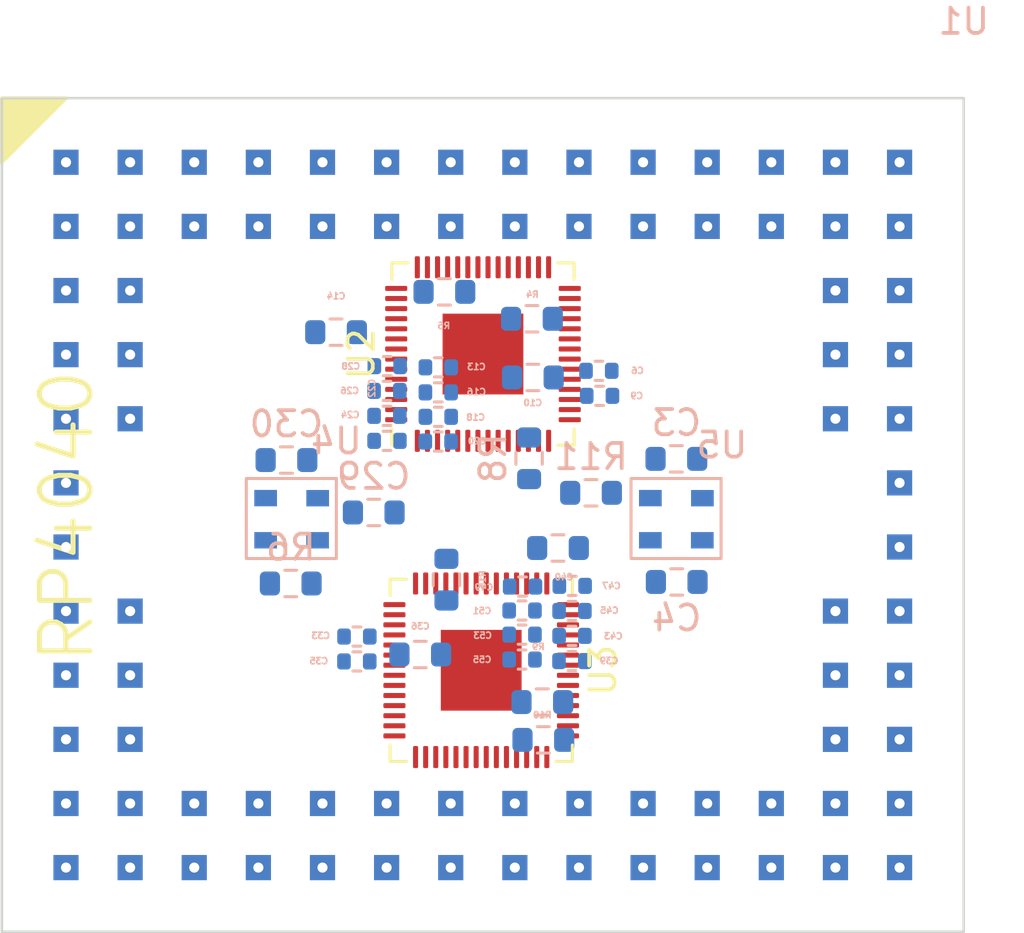
<source format=kicad_pcb>
(kicad_pcb (version 20211014) (generator pcbnew)
  (layers (0 "F.Cu" signal) (1 "In1.Cu" signal) (2 "In2.Cu" signal) (31 "B.Cu" signal) (34 "B.Paste" user) (35 "F.Paste" user) (36 "B.SilkS" user "B.Silkscreen") (37 "F.SilkS" user "F.Silkscreen") (38 "B.Mask" user) (39 "F.Mask" user) (44 "Edge.Cuts" user))
  (net 0 "")
  (net 1 "GND")
  (net 2 "Net-(C3-Pad2)")
  (net 3 "Net-(C4-Pad2)")
  (net 4 "+1V1")
  (net 5 "+3.3V")
  (net 6 "Net-(C29-Pad2)")
  (net 7 "Net-(C30-Pad2)")
  (net 8 "/USBDP_0")
  (net 9 "Net-(R4-Pad2)")
  (net 10 "/USBDM_0")
  (net 11 "Net-(R5-Pad2)")
  (net 12 "Net-(R6-Pad2)")
  (net 13 "Net-(R8-Pad2)")
  (net 14 "/USBDP_1")
  (net 15 "Net-(R9-Pad2)")
  (net 16 "/USBDM_1")
  (net 17 "Net-(R10-Pad2)")
  (net 18 "Net-(R11-Pad2)")
  (net 19 "Net-(R15-Pad2)")
  (net 20 "unconnected-(U1-Pad69)")
  (net 21 "/GPIO0_0")
  (net 22 "/GPIO1_0")
  (net 23 "/GPIO2_0")
  (net 24 "/GPIO3_0")
  (net 25 "/GPIO4_0")
  (net 26 "/GPIO5_0")
  (net 27 "/GPIO6_0")
  (net 28 "/GPIO7_0")
  (net 29 "/GPIO8_0")
  (net 30 "/GPIO9_0")
  (net 31 "/GPIO10_0")
  (net 32 "/GPIO11_0")
  (net 33 "/GPIO12_0")
  (net 34 "/GPIO13_0")
  (net 35 "/GPIO14_0")
  (net 36 "/GPIO15_0")
  (net 37 "/SWCLK_0")
  (net 38 "/SWD_0")
  (net 39 "/GPIO16_0")
  (net 40 "/GPIO17_0")
  (net 41 "/GPIO18_0")
  (net 42 "/GPIO19_0")
  (net 43 "/GPIO20_0")
  (net 44 "/GPIO21_0")
  (net 45 "/GPIO22_0")
  (net 46 "/GPIO23_0")
  (net 47 "/GPIO24_0")
  (net 48 "/GPIO25_0")
  (net 49 "/GPIO26_0")
  (net 50 "/GPIO27_0")
  (net 51 "/GPIO28_0")
  (net 52 "/GPIO29_0")
  (net 53 "/QSPISD3_0")
  (net 54 "/QSPISCLK_0")
  (net 55 "/QSPISDO_0")
  (net 56 "/QSPISD2_0")
  (net 57 "/QSPISD1_0")
  (net 58 "/QSPISS_0")
  (net 59 "/GPIO0_1")
  (net 60 "/GPIO1_1")
  (net 61 "/GPIO2_1")
  (net 62 "/GPIO3_1")
  (net 63 "/GPIO4_1")
  (net 64 "/GPIO5_1")
  (net 65 "/GPIO6_1")
  (net 66 "/GPIO7_1")
  (net 67 "/GPIO8_1")
  (net 68 "/GPIO9_1")
  (net 69 "/GPIO10_1")
  (net 70 "/GPIO11_1")
  (net 71 "/GPIO12_1")
  (net 72 "/GPIO13_1")
  (net 73 "/GPIO14_1")
  (net 74 "/GPIO15_1")
  (net 75 "/SWCLK_1")
  (net 76 "/SWD_1")
  (net 77 "/GPIO16_1")
  (net 78 "/GPIO17_1")
  (net 79 "/GPIO18_1")
  (net 80 "/GPIO19_1")
  (net 81 "/GPIO20_1")
  (net 82 "/GPIO21_1")
  (net 83 "/GPIO22_1")
  (net 84 "/GPIO23_1")
  (net 85 "/GPIO24_1")
  (net 86 "/GPIO25_1")
  (net 87 "/GPIO26_1")
  (net 88 "/GPIO27_1")
  (net 89 "/GPIO28_1")
  (net 90 "/GPIO29_1")
  (net 91 "/QSPISD3_1")
  (net 92 "/QSPISCLK_1")
  (net 93 "/QSPISDO_1")
  (net 94 "/QSPISD2_1")
  (net 95 "/QSPISD1_1")
  (net 96 "/QSPISS_1")
  (footprint "Package_DFN_QFN:QFN-56-1EP_7x7mm_P0.4mm_EP3.2x3.2mm" (layer "F.Cu") (at 128.206981 96.323188 -90)
    (fp_text reference "U3" (at 0 -4.82 -270) (layer "F.SilkS"))
    (fp_text value "RP2040")
    (pad "1" smd roundrect locked (at -3.4375 -2.6 270) (size 0.875 0.2) (layers "F.Cu" "F.Paste" "F.Mask") (net 5 "+3.3V"))
    (pad "2" smd roundrect locked (at -3.4375 -2.2 270) (size 0.875 0.2) (layers "F.Cu" "F.Paste" "F.Mask") (net 59 "/GPIO0_1"))
    (pad "3" smd roundrect locked (at -3.4375 -1.8 270) (size 0.875 0.2) (layers "F.Cu" "F.Paste" "F.Mask") (net 60 "/GPIO1_1"))
    (pad "4" smd roundrect locked (at -3.4375 -1.4 270) (size 0.875 0.2) (layers "F.Cu" "F.Paste" "F.Mask") (net 61 "/GPIO2_1"))
    (pad "5" smd roundrect locked (at -3.4375 -1 270) (size 0.875 0.2) (layers "F.Cu" "F.Paste" "F.Mask") (net 62 "/GPIO3_1"))
    (pad "6" smd roundrect locked (at -3.4375 -0.6 270) (size 0.875 0.2) (layers "F.Cu" "F.Paste" "F.Mask") (net 63 "/GPIO4_1"))
    (pad "7" smd roundrect locked (at -3.4375 -0.2 270) (size 0.875 0.2) (layers "F.Cu" "F.Paste" "F.Mask") (net 64 "/GPIO5_1"))
    (pad "8" smd roundrect locked (at -3.4375 0.2 270) (size 0.875 0.2) (layers "F.Cu" "F.Paste" "F.Mask") (net 65 "/GPIO6_1"))
    (pad "9" smd roundrect locked (at -3.4375 0.6 270) (size 0.875 0.2) (layers "F.Cu" "F.Paste" "F.Mask") (net 66 "/GPIO7_1"))
    (pad "10" smd roundrect locked (at -3.4375 1 270) (size 0.875 0.2) (layers "F.Cu" "F.Paste" "F.Mask") (net 5 "+3.3V"))
    (pad "11" smd roundrect locked (at -3.4375 1.4 270) (size 0.875 0.2) (layers "F.Cu" "F.Paste" "F.Mask") (net 67 "/GPIO8_1"))
    (pad "12" smd roundrect locked (at -3.4375 1.8 270) (size 0.875 0.2) (layers "F.Cu" "F.Paste" "F.Mask") (net 68 "/GPIO9_1"))
    (pad "13" smd roundrect locked (at -3.4375 2.2 270) (size 0.875 0.2) (layers "F.Cu" "F.Paste" "F.Mask") (net 69 "/GPIO10_1"))
    (pad "14" smd roundrect locked (at -3.4375 2.6 270) (size 0.875 0.2) (layers "F.Cu" "F.Paste" "F.Mask") (net 70 "/GPIO11_1"))
    (pad "15" smd roundrect locked (at -2.6 3.4375 270) (size 0.2 0.875) (layers "F.Cu" "F.Paste" "F.Mask") (net 71 "/GPIO12_1"))
    (pad "16" smd roundrect locked (at -2.2 3.4375 270) (size 0.2 0.875) (layers "F.Cu" "F.Paste" "F.Mask") (net 72 "/GPIO13_1"))
    (pad "17" smd roundrect locked (at -1.8 3.4375 270) (size 0.2 0.875) (layers "F.Cu" "F.Paste" "F.Mask") (net 73 "/GPIO14_1"))
    (pad "18" smd roundrect locked (at -1.4 3.4375 270) (size 0.2 0.875) (layers "F.Cu" "F.Paste" "F.Mask") (net 74 "/GPIO15_1"))
    (pad "19" smd roundrect locked (at -1 3.4375 270) (size 0.2 0.875) (layers "F.Cu" "F.Paste" "F.Mask") (net 1 "GND"))
    (pad "20" smd roundrect locked (at -0.6 3.4375 270) (size 0.2 0.875) (layers "F.Cu" "F.Paste" "F.Mask") (net 6 "Net-(C29-Pad2)"))
    (pad "21" smd roundrect locked (at -0.2 3.4375 270) (size 0.2 0.875) (layers "F.Cu" "F.Paste" "F.Mask") (net 18 "Net-(R11-Pad2)"))
    (pad "22" smd roundrect locked (at 0.2 3.4375 270) (size 0.2 0.875) (layers "F.Cu" "F.Paste" "F.Mask") (net 5 "+3.3V"))
    (pad "23" smd roundrect locked (at 0.6 3.4375 270) (size 0.2 0.875) (layers "F.Cu" "F.Paste" "F.Mask") (net 4 "+1V1"))
    (pad "24" smd roundrect locked (at 1 3.4375 270) (size 0.2 0.875) (layers "F.Cu" "F.Paste" "F.Mask") (net 75 "/SWCLK_1"))
    (pad "25" smd roundrect locked (at 1.4 3.4375 270) (size 0.2 0.875) (layers "F.Cu" "F.Paste" "F.Mask") (net 76 "/SWD_1"))
    (pad "26" smd roundrect locked (at 1.8 3.4375 270) (size 0.2 0.875) (layers "F.Cu" "F.Paste" "F.Mask") (net 19 "Net-(R15-Pad2)"))
    (pad "27" smd roundrect locked (at 2.2 3.4375 270) (size 0.2 0.875) (layers "F.Cu" "F.Paste" "F.Mask") (net 77 "/GPIO16_1"))
    (pad "28" smd roundrect locked (at 2.6 3.4375 270) (size 0.2 0.875) (layers "F.Cu" "F.Paste" "F.Mask") (net 78 "/GPIO17_1"))
    (pad "29" smd roundrect locked (at 3.4375 2.6 270) (size 0.875 0.2) (layers "F.Cu" "F.Paste" "F.Mask") (net 79 "/GPIO18_1"))
    (pad "30" smd roundrect locked (at 3.4375 2.2 270) (size 0.875 0.2) (layers "F.Cu" "F.Paste" "F.Mask") (net 80 "/GPIO19_1"))
    (pad "31" smd roundrect locked (at 3.4375 1.8 270) (size 0.875 0.2) (layers "F.Cu" "F.Paste" "F.Mask") (net 81 "/GPIO20_1"))
    (pad "32" smd roundrect locked (at 3.4375 1.4 270) (size 0.875 0.2) (layers "F.Cu" "F.Paste" "F.Mask") (net 82 "/GPIO21_1"))
    (pad "33" smd roundrect locked (at 3.4375 1 270) (size 0.875 0.2) (layers "F.Cu" "F.Paste" "F.Mask") (net 5 "+3.3V"))
    (pad "34" smd roundrect locked (at 3.4375 0.6 270) (size 0.875 0.2) (layers "F.Cu" "F.Paste" "F.Mask") (net 83 "/GPIO22_1"))
    (pad "35" smd roundrect locked (at 3.4375 0.2 270) (size 0.875 0.2) (layers "F.Cu" "F.Paste" "F.Mask") (net 84 "/GPIO23_1"))
    (pad "36" smd roundrect locked (at 3.4375 -0.2 270) (size 0.875 0.2) (layers "F.Cu" "F.Paste" "F.Mask") (net 85 "/GPIO24_1"))
    (pad "37" smd roundrect locked (at 3.4375 -0.6 270) (size 0.875 0.2) (layers "F.Cu" "F.Paste" "F.Mask") (net 86 "/GPIO25_1"))
    (pad "38" smd roundrect locked (at 3.4375 -1 270) (size 0.875 0.2) (layers "F.Cu" "F.Paste" "F.Mask") (net 87 "/GPIO26_1"))
    (pad "39" smd roundrect locked (at 3.4375 -1.4 270) (size 0.875 0.2) (layers "F.Cu" "F.Paste" "F.Mask") (net 88 "/GPIO27_1"))
    (pad "40" smd roundrect locked (at 3.4375 -1.8 270) (size 0.875 0.2) (layers "F.Cu" "F.Paste" "F.Mask") (net 89 "/GPIO28_1"))
    (pad "41" smd roundrect locked (at 3.4375 -2.2 270) (size 0.875 0.2) (layers "F.Cu" "F.Paste" "F.Mask") (net 90 "/GPIO29_1"))
    (pad "42" smd roundrect locked (at 3.4375 -2.6 270) (size 0.875 0.2) (layers "F.Cu" "F.Paste" "F.Mask") (net 5 "+3.3V"))
    (pad "43" smd roundrect locked (at 2.6 -3.4375 270) (size 0.2 0.875) (layers "F.Cu" "F.Paste" "F.Mask") (net 5 "+3.3V"))
    (pad "44" smd roundrect locked (at 2.2 -3.4375 270) (size 0.2 0.875) (layers "F.Cu" "F.Paste" "F.Mask") (net 5 "+3.3V"))
    (pad "45" smd roundrect locked (at 1.8 -3.4375 270) (size 0.2 0.875) (layers "F.Cu" "F.Paste" "F.Mask") (net 4 "+1V1"))
    (pad "46" smd roundrect locked (at 1.4 -3.4375 270) (size 0.2 0.875) (layers "F.Cu" "F.Paste" "F.Mask") (net 17 "Net-(R10-Pad2)"))
    (pad "47" smd roundrect locked (at 1 -3.4375 270) (size 0.2 0.875) (layers "F.Cu" "F.Paste" "F.Mask") (net 15 "Net-(R9-Pad2)"))
    (pad "48" smd roundrect locked (at 0.6 -3.4375 270) (size 0.2 0.875) (layers "F.Cu" "F.Paste" "F.Mask") (net 5 "+3.3V"))
    (pad "49" smd roundrect locked (at 0.2 -3.4375 270) (size 0.2 0.875) (layers "F.Cu" "F.Paste" "F.Mask") (net 5 "+3.3V"))
    (pad "50" smd roundrect locked (at -0.2 -3.4375 270) (size 0.2 0.875) (layers "F.Cu" "F.Paste" "F.Mask") (net 4 "+1V1"))
    (pad "51" smd roundrect locked (at -0.6 -3.4375 270) (size 0.2 0.875) (layers "F.Cu" "F.Paste" "F.Mask") (net 91 "/QSPISD3_1"))
    (pad "52" smd roundrect locked (at -1 -3.4375 270) (size 0.2 0.875) (layers "F.Cu" "F.Paste" "F.Mask") (net 92 "/QSPISCLK_1"))
    (pad "53" smd roundrect locked (at -1.4 -3.4375 270) (size 0.2 0.875) (layers "F.Cu" "F.Paste" "F.Mask") (net 93 "/QSPISDO_1"))
    (pad "54" smd roundrect locked (at -1.8 -3.4375 270) (size 0.2 0.875) (layers "F.Cu" "F.Paste" "F.Mask") (net 94 "/QSPISD2_1"))
    (pad "55" smd roundrect locked (at -2.2 -3.4375 270) (size 0.2 0.875) (layers "F.Cu" "F.Paste" "F.Mask") (net 95 "/QSPISD1_1"))
    (pad "56" smd roundrect locked (at -2.6 -3.4375 270) (size 0.2 0.875) (layers "F.Cu" "F.Paste" "F.Mask") (net 96 "/QSPISS_1"))
    (pad "57" smd rect locked (at 0 0 270) (size 3.2 3.2) (layers "F.Cu" "F.Mask") (net 1 "GND"))
  )
  (footprint "Package_DFN_QFN:QFN-56-1EP_7x7mm_P0.4mm_EP3.2x3.2mm" (layer "F.Cu") (at 128.277283 83.796685 90)
    (fp_text reference "U2" (at 0 -4.82 90) (layer "F.SilkS"))
    (fp_text value "RP2040")
    (pad "1" smd roundrect locked (at -3.4375 -2.6 90) (size 0.875 0.2) (layers "F.Cu" "F.Paste" "F.Mask") (net 5 "+3.3V"))
    (pad "2" smd roundrect locked (at -3.4375 -2.2 90) (size 0.875 0.2) (layers "F.Cu" "F.Paste" "F.Mask") (net 21 "/GPIO0_0"))
    (pad "3" smd roundrect locked (at -3.4375 -1.8 90) (size 0.875 0.2) (layers "F.Cu" "F.Paste" "F.Mask") (net 22 "/GPIO1_0"))
    (pad "4" smd roundrect locked (at -3.4375 -1.4 90) (size 0.875 0.2) (layers "F.Cu" "F.Paste" "F.Mask") (net 23 "/GPIO2_0"))
    (pad "5" smd roundrect locked (at -3.4375 -1 90) (size 0.875 0.2) (layers "F.Cu" "F.Paste" "F.Mask") (net 24 "/GPIO3_0"))
    (pad "6" smd roundrect locked (at -3.4375 -0.6 90) (size 0.875 0.2) (layers "F.Cu" "F.Paste" "F.Mask") (net 25 "/GPIO4_0"))
    (pad "7" smd roundrect locked (at -3.4375 -0.2 90) (size 0.875 0.2) (layers "F.Cu" "F.Paste" "F.Mask") (net 26 "/GPIO5_0"))
    (pad "8" smd roundrect locked (at -3.4375 0.2 90) (size 0.875 0.2) (layers "F.Cu" "F.Paste" "F.Mask") (net 27 "/GPIO6_0"))
    (pad "9" smd roundrect locked (at -3.4375 0.6 90) (size 0.875 0.2) (layers "F.Cu" "F.Paste" "F.Mask") (net 28 "/GPIO7_0"))
    (pad "10" smd roundrect locked (at -3.4375 1 90) (size 0.875 0.2) (layers "F.Cu" "F.Paste" "F.Mask") (net 5 "+3.3V"))
    (pad "11" smd roundrect locked (at -3.4375 1.4 90) (size 0.875 0.2) (layers "F.Cu" "F.Paste" "F.Mask") (net 29 "/GPIO8_0"))
    (pad "12" smd roundrect locked (at -3.4375 1.8 90) (size 0.875 0.2) (layers "F.Cu" "F.Paste" "F.Mask") (net 30 "/GPIO9_0"))
    (pad "13" smd roundrect locked (at -3.4375 2.2 90) (size 0.875 0.2) (layers "F.Cu" "F.Paste" "F.Mask") (net 31 "/GPIO10_0"))
    (pad "14" smd roundrect locked (at -3.4375 2.6 90) (size 0.875 0.2) (layers "F.Cu" "F.Paste" "F.Mask") (net 32 "/GPIO11_0"))
    (pad "15" smd roundrect locked (at -2.6 3.4375 90) (size 0.2 0.875) (layers "F.Cu" "F.Paste" "F.Mask") (net 33 "/GPIO12_0"))
    (pad "16" smd roundrect locked (at -2.2 3.4375 90) (size 0.2 0.875) (layers "F.Cu" "F.Paste" "F.Mask") (net 34 "/GPIO13_0"))
    (pad "17" smd roundrect locked (at -1.8 3.4375 90) (size 0.2 0.875) (layers "F.Cu" "F.Paste" "F.Mask") (net 35 "/GPIO14_0"))
    (pad "18" smd roundrect locked (at -1.4 3.4375 90) (size 0.2 0.875) (layers "F.Cu" "F.Paste" "F.Mask") (net 36 "/GPIO15_0"))
    (pad "19" smd roundrect locked (at -1 3.4375 90) (size 0.2 0.875) (layers "F.Cu" "F.Paste" "F.Mask") (net 1 "GND"))
    (pad "20" smd roundrect locked (at -0.6 3.4375 90) (size 0.2 0.875) (layers "F.Cu" "F.Paste" "F.Mask") (net 2 "Net-(C3-Pad2)"))
    (pad "21" smd roundrect locked (at -0.2 3.4375 90) (size 0.2 0.875) (layers "F.Cu" "F.Paste" "F.Mask") (net 12 "Net-(R6-Pad2)"))
    (pad "22" smd roundrect locked (at 0.2 3.4375 90) (size 0.2 0.875) (layers "F.Cu" "F.Paste" "F.Mask") (net 5 "+3.3V"))
    (pad "23" smd roundrect locked (at 0.6 3.4375 90) (size 0.2 0.875) (layers "F.Cu" "F.Paste" "F.Mask") (net 4 "+1V1"))
    (pad "24" smd roundrect locked (at 1 3.4375 90) (size 0.2 0.875) (layers "F.Cu" "F.Paste" "F.Mask") (net 37 "/SWCLK_0"))
    (pad "25" smd roundrect locked (at 1.4 3.4375 90) (size 0.2 0.875) (layers "F.Cu" "F.Paste" "F.Mask") (net 38 "/SWD_0"))
    (pad "26" smd roundrect locked (at 1.8 3.4375 90) (size 0.2 0.875) (layers "F.Cu" "F.Paste" "F.Mask") (net 13 "Net-(R8-Pad2)"))
    (pad "27" smd roundrect locked (at 2.2 3.4375 90) (size 0.2 0.875) (layers "F.Cu" "F.Paste" "F.Mask") (net 39 "/GPIO16_0"))
    (pad "28" smd roundrect locked (at 2.6 3.4375 90) (size 0.2 0.875) (layers "F.Cu" "F.Paste" "F.Mask") (net 40 "/GPIO17_0"))
    (pad "29" smd roundrect locked (at 3.4375 2.6 90) (size 0.875 0.2) (layers "F.Cu" "F.Paste" "F.Mask") (net 41 "/GPIO18_0"))
    (pad "30" smd roundrect locked (at 3.4375 2.2 90) (size 0.875 0.2) (layers "F.Cu" "F.Paste" "F.Mask") (net 42 "/GPIO19_0"))
    (pad "31" smd roundrect locked (at 3.4375 1.8 90) (size 0.875 0.2) (layers "F.Cu" "F.Paste" "F.Mask") (net 43 "/GPIO20_0"))
    (pad "32" smd roundrect locked (at 3.4375 1.4 90) (size 0.875 0.2) (layers "F.Cu" "F.Paste" "F.Mask") (net 44 "/GPIO21_0"))
    (pad "33" smd roundrect locked (at 3.4375 1 90) (size 0.875 0.2) (layers "F.Cu" "F.Paste" "F.Mask") (net 5 "+3.3V"))
    (pad "34" smd roundrect locked (at 3.4375 0.6 90) (size 0.875 0.2) (layers "F.Cu" "F.Paste" "F.Mask") (net 45 "/GPIO22_0"))
    (pad "35" smd roundrect locked (at 3.4375 0.2 90) (size 0.875 0.2) (layers "F.Cu" "F.Paste" "F.Mask") (net 46 "/GPIO23_0"))
    (pad "36" smd roundrect locked (at 3.4375 -0.2 90) (size 0.875 0.2) (layers "F.Cu" "F.Paste" "F.Mask") (net 47 "/GPIO24_0"))
    (pad "37" smd roundrect locked (at 3.4375 -0.6 90) (size 0.875 0.2) (layers "F.Cu" "F.Paste" "F.Mask") (net 48 "/GPIO25_0"))
    (pad "38" smd roundrect locked (at 3.4375 -1 90) (size 0.875 0.2) (layers "F.Cu" "F.Paste" "F.Mask") (net 49 "/GPIO26_0"))
    (pad "39" smd roundrect locked (at 3.4375 -1.4 90) (size 0.875 0.2) (layers "F.Cu" "F.Paste" "F.Mask") (net 50 "/GPIO27_0"))
    (pad "40" smd roundrect locked (at 3.4375 -1.8 90) (size 0.875 0.2) (layers "F.Cu" "F.Paste" "F.Mask") (net 51 "/GPIO28_0"))
    (pad "41" smd roundrect locked (at 3.4375 -2.2 90) (size 0.875 0.2) (layers "F.Cu" "F.Paste" "F.Mask") (net 52 "/GPIO29_0"))
    (pad "42" smd roundrect locked (at 3.4375 -2.6 90) (size 0.875 0.2) (layers "F.Cu" "F.Paste" "F.Mask") (net 5 "+3.3V"))
    (pad "43" smd roundrect locked (at 2.6 -3.4375 90) (size 0.2 0.875) (layers "F.Cu" "F.Paste" "F.Mask") (net 5 "+3.3V"))
    (pad "44" smd roundrect locked (at 2.2 -3.4375 90) (size 0.2 0.875) (layers "F.Cu" "F.Paste" "F.Mask") (net 5 "+3.3V"))
    (pad "45" smd roundrect locked (at 1.8 -3.4375 90) (size 0.2 0.875) (layers "F.Cu" "F.Paste" "F.Mask") (net 4 "+1V1"))
    (pad "46" smd roundrect locked (at 1.4 -3.4375 90) (size 0.2 0.875) (layers "F.Cu" "F.Paste" "F.Mask") (net 11 "Net-(R5-Pad2)"))
    (pad "47" smd roundrect locked (at 1 -3.4375 90) (size 0.2 0.875) (layers "F.Cu" "F.Paste" "F.Mask") (net 9 "Net-(R4-Pad2)"))
    (pad "48" smd roundrect locked (at 0.6 -3.4375 90) (size 0.2 0.875) (layers "F.Cu" "F.Paste" "F.Mask") (net 5 "+3.3V"))
    (pad "49" smd roundrect locked (at 0.2 -3.4375 90) (size 0.2 0.875) (layers "F.Cu" "F.Paste" "F.Mask") (net 5 "+3.3V"))
    (pad "50" smd roundrect locked (at -0.2 -3.4375 90) (size 0.2 0.875) (layers "F.Cu" "F.Paste" "F.Mask") (net 4 "+1V1"))
    (pad "51" smd roundrect locked (at -0.6 -3.4375 90) (size 0.2 0.875) (layers "F.Cu" "F.Paste" "F.Mask") (net 53 "/QSPISD3_0"))
    (pad "52" smd roundrect locked (at -1 -3.4375 90) (size 0.2 0.875) (layers "F.Cu" "F.Paste" "F.Mask") (net 54 "/QSPISCLK_0"))
    (pad "53" smd roundrect locked (at -1.4 -3.4375 90) (size 0.2 0.875) (layers "F.Cu" "F.Paste" "F.Mask") (net 55 "/QSPISDO_0"))
    (pad "54" smd roundrect locked (at -1.8 -3.4375 90) (size 0.2 0.875) (layers "F.Cu" "F.Paste" "F.Mask") (net 56 "/QSPISD2_0"))
    (pad "55" smd roundrect locked (at -2.2 -3.4375 90) (size 0.2 0.875) (layers "F.Cu" "F.Paste" "F.Mask") (net 57 "/QSPISD1_0"))
    (pad "56" smd roundrect locked (at -2.6 -3.4375 90) (size 0.2 0.875) (layers "F.Cu" "F.Paste" "F.Mask") (net 58 "/QSPISS_0"))
    (pad "57" smd rect locked (at 0 0 90) (size 3.2 3.2) (layers "F.Cu" "F.Mask") (net 1 "GND"))
  )
  (footprint "Resistor_SMD:R_0603_1608Metric" (layer "B.Cu") (at 132.556985 89.293566 180)
    (fp_text reference "R11" (at 0 1.43) (layer "B.SilkS") (effects (justify mirror)))
    (fp_text value "1k")
    (pad "1" smd roundrect (at -0.825 0 180) (size 0.8 0.95) (layers "B.Cu" "B.Paste" "B.Mask") (net 7 "Net-(C30-Pad2)"))
    (pad "2" smd roundrect (at 0.825 0 180) (size 0.8 0.95) (layers "B.Cu" "B.Paste" "B.Mask") (net 18 "Net-(R11-Pad2)"))
  )
  (footprint "Resistor_SMD:R_0603_1608Metric" (layer "B.Cu") (at 126.829473 92.733876 90)
    (fp_text reference "R15" (at 0 1.43 90) (layer "B.SilkS") (effects (font (size 0.25 0.25) (thickness 0.0625)) (justify mirror)))
    (fp_text value "10k")
    (pad "1" smd roundrect (at -0.825 0 90) (size 0.8 0.95) (layers "B.Cu" "B.Paste" "B.Mask") (net 5 "+3.3V"))
    (pad "2" smd roundrect (at 0.825 0 90) (size 0.8 0.95) (layers "B.Cu" "B.Paste" "B.Mask") (net 19 "Net-(R15-Pad2)"))
  )
  (footprint "rh100:rh100" (layer "B.Cu") (at 124.747877 86.093206 180)
    (fp_text reference "U4" (at 2.278575 -1.149205 unlocked) (layer "B.SilkS") (effects (justify mirror)))
    (fp_text value "rh100")
    (pad "1" smd rect (at 3.018827 -3.41329 180) (size 0.9 0.65) (layers "B.Cu" "B.Paste" "B.Mask") (net 1 "GND"))
    (pad "2" smd rect (at 5.08 -3.410256 180) (size 0.9 0.65) (layers "B.Cu" "B.Paste" "B.Mask") (net 2 "Net-(C3-Pad2)"))
    (pad "3" smd rect (at 5.08 -5.08 180) (size 0.9 0.65) (layers "B.Cu" "B.Paste" "B.Mask") (net 1 "GND"))
    (pad "4" smd rect (at 3.022337 -5.08 180) (size 0.9 0.65) (layers "B.Cu" "B.Paste" "B.Mask") (net 3 "Net-(C4-Pad2)"))
  )
  (footprint "Resistor_SMD:R_0402_1005Metric" (layer "B.Cu") (at 126.507006 85.31481)
    (fp_text reference "C16" (at 1.509094 -0.020959) (layer "B.SilkS") (effects (font (size 0.25 0.26) (thickness 0.0625)) (justify mirror)))
    (fp_text value "100nf")
    (pad "1" smd roundrect (at -0.51 0) (size 0.54 0.64) (layers "B.Cu" "B.Paste" "B.Mask") (net 5 "+3.3V"))
    (pad "2" smd roundrect (at 0.51 0) (size 0.54 0.64) (layers "B.Cu" "B.Paste" "B.Mask") (net 1 "GND"))
  )
  (footprint "Resistor_SMD:R_0402_1005Metric" (layer "B.Cu") (at 126.503122 87.262855)
    (fp_text reference "C20" (at 1.543078 -0.020067) (layer "B.SilkS") (effects (font (size 0.25 0.25) (thickness 0.0625)) (justify mirror)))
    (fp_text value "100nf")
    (pad "1" smd roundrect (at -0.51 0) (size 0.54 0.64) (layers "B.Cu" "B.Paste" "B.Mask") (net 5 "+3.3V"))
    (pad "2" smd roundrect (at 0.51 0) (size 0.54 0.64) (layers "B.Cu" "B.Paste" "B.Mask") (net 1 "GND"))
  )
  (footprint "Resistor_SMD:R_0402_1005Metric" (layer "B.Cu") (at 131.803598 93.973214 180)
    (fp_text reference "C45" (at -1.478569 0.019299) (layer "B.SilkS") (effects (font (size 0.25 0.25) (thickness 0.0625)) (justify mirror)))
    (fp_text value "100nf")
    (pad "1" smd roundrect (at -0.51 0 180) (size 0.54 0.64) (layers "B.Cu" "B.Paste" "B.Mask") (net 5 "+3.3V"))
    (pad "2" smd roundrect (at 0.51 0 180) (size 0.54 0.64) (layers "B.Cu" "B.Paste" "B.Mask") (net 1 "GND"))
  )
  (footprint "rh100:rh100" (layer "B.Cu") (at 139.987877 86.093206 180)
    (fp_text reference "U5" (at 2.24576 -1.314657 unlocked) (layer "B.SilkS") (effects (justify mirror)))
    (fp_text value "rh100")
    (pad "1" smd rect (at 3.018827 -3.41329 180) (size 0.9 0.65) (layers "B.Cu" "B.Paste" "B.Mask") (net 1 "GND"))
    (pad "2" smd rect (at 5.08 -3.410256 180) (size 0.9 0.65) (layers "B.Cu" "B.Paste" "B.Mask") (net 6 "Net-(C29-Pad2)"))
    (pad "3" smd rect (at 5.08 -5.08 180) (size 0.9 0.65) (layers "B.Cu" "B.Paste" "B.Mask") (net 1 "GND"))
    (pad "4" smd rect (at 3.022337 -5.08 180) (size 0.9 0.65) (layers "B.Cu" "B.Paste" "B.Mask") (net 7 "Net-(C30-Pad2)"))
  )
  (footprint "Resistor_SMD:R_0603_1608Metric" (layer "B.Cu") (at 120.492577 87.995494 180)
    (fp_text reference "C30" (at 0 1.43) (layer "B.SilkS") (effects (justify mirror)))
    (fp_text value "27p")
    (pad "1" smd roundrect (at -0.825 0 180) (size 0.8 0.95) (layers "B.Cu" "B.Paste" "B.Mask") (net 1 "GND"))
    (pad "2" smd roundrect (at 0.825 0 180) (size 0.8 0.95) (layers "B.Cu" "B.Paste" "B.Mask") (net 7 "Net-(C30-Pad2)"))
  )
  (footprint "Resistor_SMD:R_0603_1608Metric" (layer "B.Cu") (at 120.662172 92.885475 180)
    (fp_text reference "R6" (at 0 1.43) (layer "B.SilkS") (effects (justify mirror)))
    (fp_text value "1k")
    (pad "1" smd roundrect (at -0.825 0 180) (size 0.8 0.95) (layers "B.Cu" "B.Paste" "B.Mask") (net 3 "Net-(C4-Pad2)"))
    (pad "2" smd roundrect (at 0.825 0 180) (size 0.8 0.95) (layers "B.Cu" "B.Paste" "B.Mask") (net 12 "Net-(R6-Pad2)"))
  )
  (footprint "Resistor_SMD:R_0402_1005Metric" (layer "B.Cu") (at 124.475295 87.234907 180)
    (fp_text reference "C22" (at 0.596699 2.081546 90) (layer "B.SilkS") (effects (font (size 0.25 0.25) (thickness 0.0625)) (justify mirror)))
    (fp_text value "100nf")
    (pad "1" smd roundrect (at -0.51 0 180) (size 0.54 0.64) (layers "B.Cu" "B.Paste" "B.Mask") (net 5 "+3.3V"))
    (pad "2" smd roundrect (at 0.51 0 180) (size 0.54 0.64) (layers "B.Cu" "B.Paste" "B.Mask") (net 1 "GND"))
  )
  (footprint "Resistor_SMD:R_0402_1005Metric" (layer "B.Cu") (at 131.812921 92.979635 180)
    (fp_text reference "C47" (at -1.550803 0) (layer "B.SilkS") (effects (font (size 0.25 0.25) (thickness 0.0625)) (justify mirror)))
    (fp_text value "100nf")
    (pad "1" smd roundrect (at -0.51 0 180) (size 0.54 0.64) (layers "B.Cu" "B.Paste" "B.Mask") (net 5 "+3.3V"))
    (pad "2" smd roundrect (at 0.51 0 180) (size 0.54 0.64) (layers "B.Cu" "B.Paste" "B.Mask") (net 1 "GND"))
  )
  (footprint "Resistor_SMD:R_0402_1005Metric" (layer "B.Cu") (at 123.280849 95.973318 180)
    (fp_text reference "C35" (at 1.507498 0.018273) (layer "B.SilkS") (effects (font (size 0.25 0.25) (thickness 0.0625)) (justify mirror)))
    (fp_text value "100nf")
    (pad "1" smd roundrect (at -0.51 0 180) (size 0.54 0.64) (layers "B.Cu" "B.Paste" "B.Mask") (net 4 "+1V1"))
    (pad "2" smd roundrect (at 0.51 0 180) (size 0.54 0.64) (layers "B.Cu" "B.Paste" "B.Mask") (net 1 "GND"))
  )
  (footprint "Resistor_SMD:R_0402_1005Metric" (layer "B.Cu") (at 123.283557 94.987945 180)
    (fp_text reference "C33" (at 1.437255 0.035962) (layer "B.SilkS") (effects (font (size 0.25 0.25) (thickness 0.0625)) (justify mirror)))
    (fp_text value "100nf")
    (pad "1" smd roundrect (at -0.51 0 180) (size 0.54 0.64) (layers "B.Cu" "B.Paste" "B.Mask") (net 4 "+1V1"))
    (pad "2" smd roundrect (at 0.51 0 180) (size 0.54 0.64) (layers "B.Cu" "B.Paste" "B.Mask") (net 1 "GND"))
  )
  (footprint "Resistor_SMD:R_0402_1005Metric" (layer "B.Cu") (at 126.507006 84.322788)
    (fp_text reference "C13" (at 1.509094 -0.022219) (layer "B.SilkS") (effects (font (size 0.25 0.25) (thickness 0.0625)) (justify mirror)))
    (fp_text value "100nf")
    (pad "1" smd roundrect (at -0.51 0) (size 0.54 0.64) (layers "B.Cu" "B.Paste" "B.Mask") (net 5 "+3.3V"))
    (pad "2" smd roundrect (at 0.51 0) (size 0.54 0.64) (layers "B.Cu" "B.Paste" "B.Mask") (net 1 "GND"))
  )
  (footprint "Resistor_SMD:R_0603_1608Metric" (layer "B.Cu") (at 135.952412 92.825023)
    (fp_text reference "C4" (at 0 1.43) (layer "B.SilkS") (effects (justify mirror)))
    (fp_text value "27p")
    (pad "1" smd roundrect (at -0.825 0) (size 0.8 0.95) (layers "B.Cu" "B.Paste" "B.Mask") (net 1 "GND"))
    (pad "2" smd roundrect (at 0.825 0) (size 0.8 0.95) (layers "B.Cu" "B.Paste" "B.Mask") (net 3 "Net-(C4-Pad2)"))
  )
  (footprint "Resistor_SMD:R_0603_1608Metric" (layer "B.Cu") (at 131.24844 91.480208 180)
    (fp_text reference "C40" (at -0.237258 -1.149912) (layer "B.SilkS") (effects (font (size 0.25 0.25) (thickness 0.0625)) (justify mirror)))
    (fp_text value "1uf")
    (pad "1" smd roundrect (at -0.825 0 180) (size 0.8 0.95) (layers "B.Cu" "B.Paste" "B.Mask") (net 5 "+3.3V"))
    (pad "2" smd roundrect (at 0.825 0 180) (size 0.8 0.95) (layers "B.Cu" "B.Paste" "B.Mask") (net 1 "GND"))
  )
  (footprint "Resistor_SMD:R_0402_1005Metric" (layer "B.Cu") (at 124.473065 86.244831 180)
    (fp_text reference "C24" (at 1.45642 0.041387) (layer "B.SilkS") (effects (font (size 0.25 0.25) (thickness 0.0625)) (justify mirror)))
    (fp_text value "100nf")
    (pad "1" smd roundrect (at -0.51 0 180) (size 0.54 0.64) (layers "B.Cu" "B.Paste" "B.Mask") (net 5 "+3.3V"))
    (pad "2" smd roundrect (at 0.51 0 180) (size 0.54 0.64) (layers "B.Cu" "B.Paste" "B.Mask") (net 1 "GND"))
  )
  (footprint "Resistor_SMD:R_0603_1608Metric" (layer "B.Cu") (at 130.252974 84.724176 180)
    (fp_text reference "C10" (at 0.003872 -1.002796) (layer "B.SilkS") (effects (font (size 0.25 0.25) (thickness 0.0625)) (justify mirror)))
    (fp_text value "1uf")
    (pad "1" smd roundrect (at -0.825 0 180) (size 0.8 0.95) (layers "B.Cu" "B.Paste" "B.Mask") (net 4 "+1V1"))
    (pad "2" smd roundrect (at 0.825 0 180) (size 0.8 0.95) (layers "B.Cu" "B.Paste" "B.Mask") (net 1 "GND"))
  )
  (footprint "Resistor_SMD:R_0402_1005Metric" (layer "B.Cu") (at 132.896271 85.452205)
    (fp_text reference "C9" (at 1.470918 0) (layer "B.SilkS") (effects (font (size 0.25 0.25) (thickness 0.0625)) (justify mirror)))
    (fp_text value "100nf")
    (pad "1" smd roundrect (at -0.51 0) (size 0.54 0.64) (layers "B.Cu" "B.Paste" "B.Mask") (net 4 "+1V1"))
    (pad "2" smd roundrect (at 0.51 0) (size 0.54 0.64) (layers "B.Cu" "B.Paste" "B.Mask") (net 1 "GND"))
  )
  (footprint "Resistor_SMD:R_0603_1608Metric" (layer "B.Cu") (at 130.217141 82.399747 180)
    (fp_text reference "R4" (at -0.016297 0.964414) (layer "B.SilkS") (effects (font (size 0.25 0.25) (thickness 0.0625)) (justify mirror)))
    (fp_text value "27ohm")
    (pad "1" smd roundrect (at -0.825 0 180) (size 0.8 0.95) (layers "B.Cu" "B.Paste" "B.Mask") (net 8 "/USBDP_0"))
    (pad "2" smd roundrect (at 0.825 0 180) (size 0.8 0.95) (layers "B.Cu" "B.Paste" "B.Mask") (net 9 "Net-(R4-Pad2)"))
  )
  (footprint "Resistor_SMD:R_0603_1608Metric" (layer "B.Cu") (at 125.793347 95.699227)
    (fp_text reference "C36" (at 0 -1.123772) (layer "B.SilkS") (effects (font (size 0.25 0.25) (thickness 0.0625)) (justify mirror)))
    (fp_text value "1uf")
    (pad "1" smd roundrect (at -0.825 0) (size 0.8 0.95) (layers "B.Cu" "B.Paste" "B.Mask") (net 4 "+1V1"))
    (pad "2" smd roundrect (at 0.825 0) (size 0.8 0.95) (layers "B.Cu" "B.Paste" "B.Mask") (net 1 "GND"))
  )
  (footprint "Resistor_SMD:R_0402_1005Metric" (layer "B.Cu") (at 131.799836 95.959102 180)
    (fp_text reference "C39" (at -1.470147 0.012436) (layer "B.SilkS") (effects (font (size 0.25 0.25) (thickness 0.0625)) (justify mirror)))
    (fp_text value "100nf")
    (pad "1" smd roundrect (at -0.51 0 180) (size 0.54 0.64) (layers "B.Cu" "B.Paste" "B.Mask") (net 5 "+3.3V"))
    (pad "2" smd roundrect (at 0.51 0 180) (size 0.54 0.64) (layers "B.Cu" "B.Paste" "B.Mask") (net 1 "GND"))
  )
  (footprint "Resistor_SMD:R_0603_1608Metric" (layer "B.Cu") (at 122.457317 82.930221 180)
    (fp_text reference "C14" (at 0 1.43) (layer "B.SilkS") (effects (font (size 0.25 0.25) (thickness 0.0625)) (justify mirror)))
    (fp_text value "1uf")
    (pad "1" smd roundrect (at -0.825 0 180) (size 0.8 0.95) (layers "B.Cu" "B.Paste" "B.Mask") (net 5 "+3.3V"))
    (pad "2" smd roundrect (at 0.825 0 180) (size 0.8 0.95) (layers "B.Cu" "B.Paste" "B.Mask") (net 1 "GND"))
  )
  (footprint "Resistor_SMD:R_0603_1608Metric" (layer "B.Cu") (at 135.938279 87.949175 180)
    (fp_text reference "C3" (at 0 1.43) (layer "B.SilkS") (effects (justify mirror)))
    (fp_text value "27p")
    (pad "1" smd roundrect (at -0.825 0 180) (size 0.8 0.95) (layers "B.Cu" "B.Paste" "B.Mask") (net 1 "GND"))
    (pad "2" smd roundrect (at 0.825 0 180) (size 0.8 0.95) (layers "B.Cu" "B.Paste" "B.Mask") (net 2 "Net-(C3-Pad2)"))
  )
  (footprint "Resistor_SMD:R_0603_1608Metric" (layer "B.Cu") (at 130.62753 97.5826 180)
    (fp_text reference "R9" (at 0.156848 2.190018) (layer "B.SilkS") (effects (font (size 0.25 0.25) (thickness 0.0625)) (justify mirror)))
    (fp_text value "27ohm")
    (pad "1" smd roundrect (at -0.825 0 180) (size 0.8 0.95) (layers "B.Cu" "B.Paste" "B.Mask") (net 14 "/USBDP_1"))
    (pad "2" smd roundrect (at 0.825 0 180) (size 0.8 0.95) (layers "B.Cu" "B.Paste" "B.Mask") (net 15 "Net-(R9-Pad2)"))
  )
  (footprint "Resistor_SMD:R_0402_1005Metric" (layer "B.Cu") (at 131.803598 94.95994 180)
    (fp_text reference "C43" (at -1.635138 -0.009477) (layer "B.SilkS") (effects (font (size 0.25 0.25) (thickness 0.0625)) (justify mirror)))
    (fp_text value "100nf")
    (pad "1" smd roundrect (at -0.51 0 180) (size 0.54 0.64) (layers "B.Cu" "B.Paste" "B.Mask") (net 5 "+3.3V"))
    (pad "2" smd roundrect (at 0.51 0 180) (size 0.54 0.64) (layers "B.Cu" "B.Paste" "B.Mask") (net 1 "GND"))
  )
  (footprint "lga84:LGA84" (layer "B.Cu") (at 147.32 71.12 180)
    (fp_text reference "U1" (at 0 0.5 unlocked) (layer "B.SilkS") (effects (justify mirror)))
    (fp_text value "LGA84")
    (pad "1" smd rect (at 2.54 -5.08 180) (size 1 1) (layers "B.Cu" "B.Paste" "B.Mask") (net 21 "/GPIO0_0"))
    (pad "2" smd rect (at 5.08 -5.08 180) (size 1 1) (layers "B.Cu" "B.Paste" "B.Mask") (net 22 "/GPIO1_0"))
    (pad "3" smd rect (at 7.62 -5.08 180) (size 1 1) (layers "B.Cu" "B.Paste" "B.Mask") (net 23 "/GPIO2_0"))
    (pad "4" smd rect (at 10.16 -5.08 180) (size 1 1) (layers "B.Cu" "B.Paste" "B.Mask") (net 24 "/GPIO3_0"))
    (pad "5" smd rect (at 12.7 -5.08 180) (size 1 1) (layers "B.Cu" "B.Paste" "B.Mask") (net 25 "/GPIO4_0"))
    (pad "6" smd rect (at 15.24 -5.08 180) (size 1 1) (layers "B.Cu" "B.Paste" "B.Mask") (net 26 "/GPIO5_0"))
    (pad "7" smd rect (at 17.78 -5.08 180) (size 1 1) (layers "B.Cu" "B.Paste" "B.Mask") (net 27 "/GPIO6_0"))
    (pad "8" smd rect (at 20.32 -5.08 180) (size 1 1) (layers "B.Cu" "B.Paste" "B.Mask") (net 28 "/GPIO7_0"))
    (pad "9" smd rect (at 22.86 -5.08 180) (size 1 1) (layers "B.Cu" "B.Paste" "B.Mask") (net 29 "/GPIO8_0"))
    (pad "10" smd rect (at 25.4 -5.08 180) (size 1 1) (layers "B.Cu" "B.Paste" "B.Mask") (net 30 "/GPIO9_0"))
    (pad "11" smd rect (at 27.94 -5.08 180) (size 1 1) (layers "B.Cu" "B.Paste" "B.Mask") (net 31 "/GPIO10_0"))
    (pad "12" smd rect (at 30.48 -5.08 180) (size 1 1) (layers "B.Cu" "B.Paste" "B.Mask") (net 32 "/GPIO11_0"))
    (pad "13" smd rect (at 33.02 -5.08 180) (size 1 1) (layers "B.Cu" "B.Paste" "B.Mask") (net 33 "/GPIO12_0"))
    (pad "14" smd rect (at 35.56 -5.08 180) (size 1 1) (layers "B.Cu" "B.Paste" "B.Mask") (net 34 "/GPIO13_0"))
    (pad "15" smd rect (at 35.56 -7.62 180) (size 1 1) (layers "B.Cu" "B.Paste" "B.Mask") (net 35 "/GPIO14_0"))
    (pad "16" smd rect (at 33.02 -7.62 180) (size 1 1) (layers "B.Cu" "B.Paste" "B.Mask") (net 36 "/GPIO15_0"))
    (pad "17" smd rect (at 30.48 -7.62 180) (size 1 1) (layers "B.Cu" "B.Paste" "B.Mask") (net 39 "/GPIO16_0"))
    (pad "18" smd rect (at 27.94 -7.62 180) (size 1 1) (layers "B.Cu" "B.Paste" "B.Mask") (net 40 "/GPIO17_0"))
    (pad "19" smd rect (at 25.4 -7.62 180) (size 1 1) (layers "B.Cu" "B.Paste" "B.Mask") (net 41 "/GPIO18_0"))
    (pad "20" smd rect (at 22.86 -7.62 180) (size 1 1) (layers "B.Cu" "B.Paste" "B.Mask") (net 42 "/GPIO19_0"))
    (pad "21" smd rect (at 20.32 -7.62 180) (size 1 1) (layers "B.Cu" "B.Paste" "B.Mask") (net 43 "/GPIO20_0"))
    (pad "22" smd rect (at 17.78 -7.62 180) (size 1 1) (layers "B.Cu" "B.Paste" "B.Mask") (net 44 "/GPIO21_0"))
    (pad "23" smd rect (at 15.24 -7.62 180) (size 1 1) (layers "B.Cu" "B.Paste" "B.Mask") (net 45 "/GPIO22_0"))
    (pad "24" smd rect (at 12.7 -7.62 180) (size 1 1) (layers "B.Cu" "B.Paste" "B.Mask") (net 46 "/GPIO23_0"))
    (pad "25" smd rect (at 10.16 -7.62 180) (size 1 1) (layers "B.Cu" "B.Paste" "B.Mask") (net 47 "/GPIO24_0"))
    (pad "26" smd rect (at 7.62 -7.62 180) (size 1 1) (layers "B.Cu" "B.Paste" "B.Mask") (net 48 "/GPIO25_0"))
    (pad "27" smd rect (at 5.08 -7.62 180) (size 1 1) (layers "B.Cu" "B.Paste" "B.Mask") (net 49 "/GPIO26_0"))
    (pad "28" smd rect (at 2.54 -7.62 180) (size 1 1) (layers "B.Cu" "B.Paste" "B.Mask") (net 50 "/GPIO27_0"))
    (pad "29" smd rect (at 2.54 -12.7 180) (size 1 1) (layers "B.Cu" "B.Paste" "B.Mask") (net 51 "/GPIO28_0"))
    (pad "30" smd rect (at 5.08 -12.7 180) (size 1 1) (layers "B.Cu" "B.Paste" "B.Mask") (net 52 "/GPIO29_0"))
    (pad "31" smd rect (at 2.54 -10.16 180) (size 1 1) (layers "B.Cu" "B.Paste" "B.Mask") (net 54 "/QSPISCLK_0"))
    (pad "32" smd rect (at 5.08 -10.16 180) (size 1 1) (layers "B.Cu" "B.Paste" "B.Mask") (net 53 "/QSPISD3_0"))
    (pad "33" smd rect (at 33.02 -10.16 180) (size 1 1) (layers "B.Cu" "B.Paste" "B.Mask") (net 56 "/QSPISD2_0"))
    (pad "34" smd rect (at 35.56 -10.16 180) (size 1 1) (layers "B.Cu" "B.Paste" "B.Mask") (net 57 "/QSPISD1_0"))
    (pad "35" smd rect (at 33.02 -12.7 180) (size 1 1) (layers "B.Cu" "B.Paste" "B.Mask") (net 55 "/QSPISDO_0"))
    (pad "36" smd rect (at 35.56 -12.7 180) (size 1 1) (layers "B.Cu" "B.Paste" "B.Mask") (net 58 "/QSPISS_0"))
    (pad "37" smd rect (at 35.56 -15.24 180) (size 1 1) (layers "B.Cu" "B.Paste" "B.Mask") (net 38 "/SWD_0"))
    (pad "38" smd rect (at 33.02 -15.24 180) (size 1 1) (layers "B.Cu" "B.Paste" "B.Mask") (net 37 "/SWCLK_0"))
    (pad "39" smd rect (at 35.56 -17.78 180) (size 1 1) (layers "B.Cu" "B.Paste" "B.Mask") (net 10 "/USBDM_0"))
    (pad "40" smd rect (at 2.54 -17.78 180) (size 1 1) (layers "B.Cu" "B.Paste" "B.Mask") (net 8 "/USBDP_0"))
    (pad "41" smd rect (at 5.08 -15.24 180) (size 1 1) (layers "B.Cu" "B.Paste" "B.Mask") (net 5 "+3.3V"))
    (pad "42" smd rect (at 2.54 -15.24 180) (size 1 1) (layers "B.Cu" "B.Paste" "B.Mask") (net 1 "GND"))
    (pad "43" smd rect (at 2.54 -22.86 180) (size 1 1) (layers "B.Cu" "B.Paste" "B.Mask") (net 59 "/GPIO0_1"))
    (pad "44" smd rect (at 5.08 -22.86 180) (size 1 1) (layers "B.Cu" "B.Paste" "B.Mask") (net 60 "/GPIO1_1"))
    (pad "45" smd rect (at 2.54 -20.32 180) (size 1 1) (layers "B.Cu" "B.Paste" "B.Mask") (net 61 "/GPIO2_1"))
    (pad "46" smd rect (at 35.56 -20.32 180) (size 1 1) (layers "B.Cu" "B.Paste" "B.Mask") (net 62 "/GPIO3_1"))
    (pad "47" smd rect (at 33.02 -22.86 180) (size 1 1) (layers "B.Cu" "B.Paste" "B.Mask") (net 63 "/GPIO4_1"))
    (pad "48" smd rect (at 35.56 -22.86 180) (size 1 1) (layers "B.Cu" "B.Paste" "B.Mask") (net 64 "/GPIO5_1"))
    (pad "49" smd rect (at 35.56 -25.4 180) (size 1 1) (layers "B.Cu" "B.Paste" "B.Mask") (net 65 "/GPIO6_1"))
    (pad "50" smd rect (at 33.02 -25.4 180) (size 1 1) (layers "B.Cu" "B.Paste" "B.Mask") (net 66 "/GPIO7_1"))
    (pad "51" smd rect (at 35.56 -27.94 180) (size 1 1) (layers "B.Cu" "B.Paste" "B.Mask") (net 67 "/GPIO8_1"))
    (pad "52" smd rect (at 33.02 -27.94 180) (size 1 1) (layers "B.Cu" "B.Paste" "B.Mask") (net 68 "/GPIO9_1"))
    (pad "53" smd rect (at 5.08 -27.94 180) (size 1 1) (layers "B.Cu" "B.Paste" "B.Mask") (net 69 "/GPIO10_1"))
    (pad "54" smd rect (at 2.54 -27.94 180) (size 1 1) (layers "B.Cu" "B.Paste" "B.Mask") (net 70 "/GPIO11_1"))
    (pad "55" smd rect (at 5.08 -25.4 180) (size 1 1) (layers "B.Cu" "B.Paste" "B.Mask") (net 71 "/GPIO12_1"))
    (pad "56" smd rect (at 2.54 -25.4 180) (size 1 1) (layers "B.Cu" "B.Paste" "B.Mask") (net 72 "/GPIO13_1"))
    (pad "57" smd rect (at 2.54 -30.48 180) (size 1 1) (layers "B.Cu" "B.Paste" "B.Mask") (net 73 "/GPIO14_1"))
    (pad "58" smd rect (at 5.08 -30.48 180) (size 1 1) (layers "B.Cu" "B.Paste" "B.Mask") (net 74 "/GPIO15_1"))
    (pad "59" smd rect (at 7.62 -30.48 180) (size 1 1) (layers "B.Cu" "B.Paste" "B.Mask") (net 77 "/GPIO16_1"))
    (pad "60" smd rect (at 10.16 -30.48 180) (size 1 1) (layers "B.Cu" "B.Paste" "B.Mask") (net 78 "/GPIO17_1"))
    (pad "61" smd rect (at 12.7 -30.48 180) (size 1 1) (layers "B.Cu" "B.Paste" "B.Mask") (net 79 "/GPIO18_1"))
    (pad "62" smd rect (at 15.24 -30.48 180) (size 1 1) (layers "B.Cu" "B.Paste" "B.Mask") (net 80 "/GPIO19_1"))
    (pad "63" smd rect (at 17.78 -30.48 180) (size 1 1) (layers "B.Cu" "B.Paste" "B.Mask") (net 81 "/GPIO20_1"))
    (pad "64" smd rect (at 20.32 -30.48 180) (size 1 1) (layers "B.Cu" "B.Paste" "B.Mask") (net 82 "/GPIO21_1"))
    (pad "65" smd rect (at 22.86 -30.48 180) (size 1 1) (layers "B.Cu" "B.Paste" "B.Mask") (net 83 "/GPIO22_1"))
    (pad "66" smd rect (at 25.4 -30.48 180) (size 1 1) (layers "B.Cu" "B.Paste" "B.Mask") (net 84 "/GPIO23_1"))
    (pad "67" smd rect (at 27.94 -30.48 180) (size 1 1) (layers "B.Cu" "B.Paste" "B.Mask") (net 85 "/GPIO24_1"))
    (pad "68" smd rect (at 30.48 -30.48 180) (size 1 1) (layers "B.Cu" "B.Paste" "B.Mask") (net 86 "/GPIO25_1"))
    (pad "69" smd rect (at 33.02 -30.48 180) (size 1 1) (layers "B.Cu" "B.Paste" "B.Mask") (net 20 "unconnected-(U1-Pad69)"))
    (pad "70" smd rect (at 35.56 -30.48 180) (size 1 1) (layers "B.Cu" "B.Paste" "B.Mask") (net 88 "/GPIO27_1"))
    (pad "71" smd rect (at 35.56 -33.02 180) (size 1 1) (layers "B.Cu" "B.Paste" "B.Mask") (net 89 "/GPIO28_1"))
    (pad "72" smd rect (at 33.02 -33.02 180) (size 1 1) (layers "B.Cu" "B.Paste" "B.Mask") (net 90 "/GPIO29_1"))
    (pad "73" smd rect (at 30.48 -33.02 180) (size 1 1) (layers "B.Cu" "B.Paste" "B.Mask") (net 92 "/QSPISCLK_1"))
    (pad "74" smd rect (at 27.94 -33.02 180) (size 1 1) (layers "B.Cu" "B.Paste" "B.Mask") (net 91 "/QSPISD3_1"))
    (pad "75" smd rect (at 25.4 -33.02 180) (size 1 1) (layers "B.Cu" "B.Paste" "B.Mask") (net 94 "/QSPISD2_1"))
    (pad "76" smd rect (at 22.86 -33.02 180) (size 1 1) (layers "B.Cu" "B.Paste" "B.Mask") (net 95 "/QSPISD1_1"))
    (pad "77" smd rect (at 20.32 -33.02 180) (size 1 1) (layers "B.Cu" "B.Paste" "B.Mask") (net 93 "/QSPISDO_1"))
    (pad "78" smd rect (at 17.78 -33.02 180) (size 1 1) (layers "B.Cu" "B.Paste" "B.Mask") (net 96 "/QSPISS_1"))
    (pad "79" smd rect (at 15.24 -33.02 180) (size 1 1) (layers "B.Cu" "B.Paste" "B.Mask") (net 76 "/SWD_1"))
    (pad "80" smd rect (at 12.7 -33.02 180) (size 1 1) (layers "B.Cu" "B.Paste" "B.Mask") (net 75 "/SWCLK_1"))
    (pad "81" smd rect (at 10.16 -33.02 180) (size 1 1) (layers "B.Cu" "B.Paste" "B.Mask") (net 16 "/USBDM_1"))
    (pad "82" smd rect (at 7.62 -33.02 180) (size 1 1) (layers "B.Cu" "B.Paste" "B.Mask") (net 14 "/USBDP_1"))
    (pad "83" smd rect (at 5.08 -33.02 180) (size 1 1) (layers "B.Cu" "B.Paste" "B.Mask") (net 5 "+3.3V"))
    (pad "84" smd rect (at 2.54 -33.02 180) (size 1 1) (layers "B.Cu" "B.Paste" "B.Mask") (net 1 "GND"))
  )
  (footprint "Resistor_SMD:R_0402_1005Metric" (layer "B.Cu") (at 129.844805 93.006764)
    (fp_text reference "C49" (at -1.530247 0.0296) (layer "B.SilkS") (effects (font (size 0.25 0.25) (thickness 0.0625)) (justify mirror)))
    (fp_text value "100nf")
    (pad "1" smd roundrect (at -0.51 0) (size 0.54 0.64) (layers "B.Cu" "B.Paste" "B.Mask") (net 5 "+3.3V"))
    (pad "2" smd roundrect (at 0.51 0) (size 0.54 0.64) (layers "B.Cu" "B.Paste" "B.Mask") (net 1 "GND"))
  )
  (footprint "Resistor_SMD:R_0603_1608Metric" (layer "B.Cu") (at 123.949844 90.07303 180)
    (fp_text reference "C29" (at 0 1.43) (layer "B.SilkS") (effects (justify mirror)))
    (fp_text value "27p")
    (pad "1" smd roundrect (at -0.825 0 180) (size 0.8 0.95) (layers "B.Cu" "B.Paste" "B.Mask") (net 1 "GND"))
    (pad "2" smd roundrect (at 0.825 0 180) (size 0.8 0.95) (layers "B.Cu" "B.Paste" "B.Mask") (net 6 "Net-(C29-Pad2)"))
  )
  (footprint "Resistor_SMD:R_0402_1005Metric" (layer "B.Cu") (at 124.484714 84.276359 180)
    (fp_text reference "C28" (at 1.445495 -0.003763) (layer "B.SilkS") (effects (font (size 0.25 0.25) (thickness 0.0625)) (justify mirror)))
    (fp_text value "100nf")
    (pad "1" smd roundrect (at -0.51 0 180) (size 0.54 0.64) (layers "B.Cu" "B.Paste" "B.Mask") (net 5 "+3.3V"))
    (pad "2" smd roundrect (at 0.51 0 180) (size 0.54 0.64) (layers "B.Cu" "B.Paste" "B.Mask") (net 1 "GND"))
  )
  (footprint "Resistor_SMD:R_0603_1608Metric" (layer "B.Cu") (at 126.749355 81.332736)
    (fp_text reference "R5" (at -0.022201 1.343447) (layer "B.SilkS") (effects (font (size 0.25 0.25) (thickness 0.0625)) (justify mirror)))
    (fp_text value "27ohm")
    (pad "1" smd roundrect (at -0.825 0) (size 0.8 0.95) (layers "B.Cu" "B.Paste" "B.Mask") (net 10 "/USBDM_0"))
    (pad "2" smd roundrect (at 0.825 0) (size 0.8 0.95) (layers "B.Cu" "B.Paste" "B.Mask") (net 11 "Net-(R5-Pad2)"))
  )
  (footprint "Resistor_SMD:R_0402_1005Metric" (layer "B.Cu") (at 129.825484 94.911974)
    (fp_text reference "C53" (at -1.562317 0.032071) (layer "B.SilkS") (effects (font (size 0.25 0.25) (thickness 0.0625)) (justify mirror)))
    (fp_text value "100nf")
    (pad "1" smd roundrect (at -0.51 0) (size 0.54 0.64) (layers "B.Cu" "B.Paste" "B.Mask") (net 5 "+3.3V"))
    (pad "2" smd roundrect (at 0.51 0) (size 0.54 0.64) (layers "B.Cu" "B.Paste" "B.Mask") (net 1 "GND"))
  )
  (footprint "Resistor_SMD:R_0402_1005Metric" (layer "B.Cu") (at 129.825484 93.956083)
    (fp_text reference "C51" (at -1.589628 0.012489) (layer "B.SilkS") (effects (font (size 0.25 0.25) (thickness 0.0625)) (justify mirror)))
    (fp_text value "100nf")
    (pad "1" smd roundrect (at -0.51 0) (size 0.54 0.64) (layers "B.Cu" "B.Paste" "B.Mask") (net 5 "+3.3V"))
    (pad "2" smd roundrect (at 0.51 0) (size 0.54 0.64) (layers "B.Cu" "B.Paste" "B.Mask") (net 1 "GND"))
  )
  (footprint "Resistor_SMD:R_0603_1608Metric" (layer "B.Cu") (at 130.668569 99.080519 180)
    (fp_text reference "R10" (at 0.041039 0.984933) (layer "B.SilkS") (effects (font (size 0.25 0.25) (thickness 0.0625)) (justify mirror)))
    (fp_text value "27ohm")
    (pad "1" smd roundrect (at -0.825 0 180) (size 0.8 0.95) (layers "B.Cu" "B.Paste" "B.Mask") (net 16 "/USBDM_1"))
    (pad "2" smd roundrect (at 0.825 0 180) (size 0.8 0.95) (layers "B.Cu" "B.Paste" "B.Mask") (net 17 "Net-(R10-Pad2)"))
  )
  (footprint "Resistor_SMD:R_0402_1005Metric" (layer "B.Cu") (at 126.507006 86.283008)
    (fp_text reference "C18" (at 1.478995 0.019173) (layer "B.SilkS") (effects (font (size 0.25 0.25) (thickness 0.0625)) (justify mirror)))
    (fp_text value "100nf")
    (pad "1" smd roundrect (at -0.51 0) (size 0.54 0.64) (layers "B.Cu" "B.Paste" "B.Mask") (net 5 "+3.3V"))
    (pad "2" smd roundrect (at 0.51 0) (size 0.54 0.64) (layers "B.Cu" "B.Paste" "B.Mask") (net 1 "GND"))
  )
  (footprint "Resistor_SMD:R_0402_1005Metric" (layer "B.Cu") (at 124.473065 85.256206 180)
    (fp_text reference "C26" (at 1.478995 0.008419) (layer "B.SilkS") (effects (font (size 0.25 0.25) (thickness 0.0625)) (justify mirror)))
    (fp_text value "100nf")
    (pad "1" smd roundrect (at -0.51 0 180) (size 0.54 0.64) (layers "B.Cu" "B.Paste" "B.Mask") (net 5 "+3.3V"))
    (pad "2" smd roundrect (at 0.51 0 180) (size 0.54 0.64) (layers "B.Cu" "B.Paste" "B.Mask") (net 1 "GND"))
  )
  (footprint "Resistor_SMD:R_0402_1005Metric" (layer "B.Cu") (at 132.86808 84.461385)
    (fp_text reference "C6" (at 1.529209 -0.007478) (layer "B.SilkS") (effects (font (size 0.25 0.25) (thickness 0.0625)) (justify mirror)))
    (fp_text value "100nf")
    (pad "1" smd roundrect (at -0.51 0) (size 0.54 0.64) (layers "B.Cu" "B.Paste" "B.Mask") (net 4 "+1V1"))
    (pad "2" smd roundrect (at 0.51 0) (size 0.54 0.64) (layers "B.Cu" "B.Paste" "B.Mask") (net 1 "GND"))
  )
  (footprint "Resistor_SMD:R_0603_1608Metric" (layer "B.Cu") (at 130.104446 87.925617 -90)
    (fp_text reference "R8" (at 0 1.43 90) (layer "B.SilkS") (effects (justify mirror)))
    (fp_text value "10k")
    (pad "1" smd roundrect (at -0.825 0 270) (size 0.8 0.95) (layers "B.Cu" "B.Paste" "B.Mask") (net 5 "+3.3V"))
    (pad "2" smd roundrect (at 0.825 0 270) (size 0.8 0.95) (layers "B.Cu" "B.Paste" "B.Mask") (net 13 "Net-(R8-Pad2)"))
  )
  (footprint "Resistor_SMD:R_0402_1005Metric" (layer "B.Cu") (at 129.825484 95.898701)
    (fp_text reference "C55" (at -1.582874 0.000001) (layer "B.SilkS") (effects (font (size 0.25 0.25) (thickness 0.0625)) (justify mirror)))
    (fp_text value "100nf")
    (pad "1" smd roundrect (at -0.51 0) (size 0.54 0.64) (layers "B.Cu" "B.Paste" "B.Mask") (net 5 "+3.3V"))
    (pad "2" smd roundrect (at 0.51 0) (size 0.54 0.64) (layers "B.Cu" "B.Paste" "B.Mask") (net 1 "GND"))
  )
  (gr_poly (pts (xy 109.22 76.2) (xy 109.22 73.66) (xy 111.76 73.66)) (layer "F.SilkS") (width 0.15) (fill solid))
  (gr_rect (start 109.22 73.66) (end 147.32 106.68) (layer "Edge.Cuts") (width 0.1) (fill none))
  (gr_text "RP4040" (at 111.790677 90.220549 90) (layer "F.SilkS") (effects (font (size 2 2) (thickness 0.2))))
  (via (at 144.78 104.14) (size 0.8) (drill 0.4) (layers "F.Cu" "B.Cu") (net 1))
  (via (at 144.78 86.36) (size 0.8) (drill 0.4) (layers "F.Cu" "B.Cu") (net 1))
  (via (at 142.24 86.36) (size 0.8) (drill 0.4) (layers "F.Cu" "B.Cu") (net 5))
  (via (at 142.24 104.14) (size 0.8) (drill 0.4) (layers "F.Cu" "B.Cu") (net 5))
  (via (at 144.78 88.9) (size 0.8) (drill 0.4) (layers "F.Cu" "B.Cu") (net 8))
  (via (at 111.76 88.9) (size 0.8) (drill 0.4) (layers "F.Cu" "B.Cu") (net 10))
  (via (at 139.7 104.14) (size 0.8) (drill 0.4) (layers "F.Cu" "B.Cu") (net 14))
  (via (at 137.16 104.14) (size 0.8) (drill 0.4) (layers "F.Cu" "B.Cu") (net 16))
  (via (at 114.3 101.6) (size 0.8) (drill 0.4) (layers "F.Cu" "B.Cu") (net 20))
  (via (at 144.78 76.2) (size 0.8) (drill 0.4) (layers "F.Cu" "B.Cu") (net 21))
  (via (at 142.24 76.2) (size 0.8) (drill 0.4) (layers "F.Cu" "B.Cu") (net 22))
  (via (at 139.7 76.2) (size 0.8) (drill 0.4) (layers "F.Cu" "B.Cu") (net 23))
  (via (at 137.16 76.2) (size 0.8) (drill 0.4) (layers "F.Cu" "B.Cu") (net 24))
  (via (at 134.62 76.2) (size 0.8) (drill 0.4) (layers "F.Cu" "B.Cu") (net 25))
  (via (at 132.08 76.2) (size 0.8) (drill 0.4) (layers "F.Cu" "B.Cu") (net 26))
  (via (at 129.54 76.2) (size 0.8) (drill 0.4) (layers "F.Cu" "B.Cu") (net 27))
  (via (at 127 76.2) (size 0.8) (drill 0.4) (layers "F.Cu" "B.Cu") (net 28))
  (via (at 124.46 76.2) (size 0.8) (drill 0.4) (layers "F.Cu" "B.Cu") (net 29))
  (via (at 121.92 76.2) (size 0.8) (drill 0.4) (layers "F.Cu" "B.Cu") (net 30))
  (via (at 119.38 76.2) (size 0.8) (drill 0.4) (layers "F.Cu" "B.Cu") (net 31))
  (via (at 116.84 76.2) (size 0.8) (drill 0.4) (layers "F.Cu" "B.Cu") (net 32))
  (via (at 114.3 76.2) (size 0.8) (drill 0.4) (layers "F.Cu" "B.Cu") (net 33))
  (via (at 111.76 76.2) (size 0.8) (drill 0.4) (layers "F.Cu" "B.Cu") (net 34))
  (via (at 111.76 78.74) (size 0.8) (drill 0.4) (layers "F.Cu" "B.Cu") (net 35))
  (via (at 114.3 78.74) (size 0.8) (drill 0.4) (layers "F.Cu" "B.Cu") (net 36))
  (via (at 114.3 86.36) (size 0.8) (drill 0.4) (layers "F.Cu" "B.Cu") (net 37))
  (via (at 111.76 86.36) (size 0.8) (drill 0.4) (layers "F.Cu" "B.Cu") (net 38))
  (via (at 116.84 78.74) (size 0.8) (drill 0.4) (layers "F.Cu" "B.Cu") (net 39))
  (via (at 119.38 78.74) (size 0.8) (drill 0.4) (layers "F.Cu" "B.Cu") (net 40))
  (via (at 121.92 78.74) (size 0.8) (drill 0.4) (layers "F.Cu" "B.Cu") (net 41))
  (via (at 124.46 78.74) (size 0.8) (drill 0.4) (layers "F.Cu" "B.Cu") (net 42))
  (via (at 127 78.74) (size 0.8) (drill 0.4) (layers "F.Cu" "B.Cu") (net 43))
  (via (at 129.54 78.74) (size 0.8) (drill 0.4) (layers "F.Cu" "B.Cu") (net 44))
  (via (at 132.08 78.74) (size 0.8) (drill 0.4) (layers "F.Cu" "B.Cu") (net 45))
  (via (at 134.62 78.74) (size 0.8) (drill 0.4) (layers "F.Cu" "B.Cu") (net 46))
  (via (at 137.16 78.74) (size 0.8) (drill 0.4) (layers "F.Cu" "B.Cu") (net 47))
  (via (at 139.7 78.74) (size 0.8) (drill 0.4) (layers "F.Cu" "B.Cu") (net 48))
  (via (at 142.24 78.74) (size 0.8) (drill 0.4) (layers "F.Cu" "B.Cu") (net 49))
  (via (at 144.78 78.74) (size 0.8) (drill 0.4) (layers "F.Cu" "B.Cu") (net 50))
  (via (at 144.78 83.82) (size 0.8) (drill 0.4) (layers "F.Cu" "B.Cu") (net 51))
  (via (at 142.24 83.82) (size 0.8) (drill 0.4) (layers "F.Cu" "B.Cu") (net 52))
  (via (at 142.24 81.28) (size 0.8) (drill 0.4) (layers "F.Cu" "B.Cu") (net 53))
  (via (at 144.78 81.28) (size 0.8) (drill 0.4) (layers "F.Cu" "B.Cu") (net 54))
  (via (at 114.3 83.82) (size 0.8) (drill 0.4) (layers "F.Cu" "B.Cu") (net 55))
  (via (at 114.3 81.28) (size 0.8) (drill 0.4) (layers "F.Cu" "B.Cu") (net 56))
  (via (at 111.76 81.28) (size 0.8) (drill 0.4) (layers "F.Cu" "B.Cu") (net 57))
  (via (at 111.76 83.82) (size 0.8) (drill 0.4) (layers "F.Cu" "B.Cu") (net 58))
  (via (at 144.78 93.98) (size 0.8) (drill 0.4) (layers "F.Cu" "B.Cu") (net 59))
  (via (at 142.24 93.98) (size 0.8) (drill 0.4) (layers "F.Cu" "B.Cu") (net 60))
  (via (at 144.78 91.44) (size 0.8) (drill 0.4) (layers "F.Cu" "B.Cu") (net 61))
  (via (at 111.76 91.44) (size 0.8) (drill 0.4) (layers "F.Cu" "B.Cu") (net 62))
  (via (at 114.3 93.98) (size 0.8) (drill 0.4) (layers "F.Cu" "B.Cu") (net 63))
  (via (at 111.76 93.98) (size 0.8) (drill 0.4) (layers "F.Cu" "B.Cu") (net 64))
  (via (at 111.76 96.52) (size 0.8) (drill 0.4) (layers "F.Cu" "B.Cu") (net 65))
  (via (at 114.3 96.52) (size 0.8) (drill 0.4) (layers "F.Cu" "B.Cu") (net 66))
  (via (at 111.76 99.06) (size 0.8) (drill 0.4) (layers "F.Cu" "B.Cu") (net 67))
  (via (at 114.3 99.06) (size 0.8) (drill 0.4) (layers "F.Cu" "B.Cu") (net 68))
  (via (at 142.24 99.06) (size 0.8) (drill 0.4) (layers "F.Cu" "B.Cu") (net 69))
  (via (at 144.78 99.06) (size 0.8) (drill 0.4) (layers "F.Cu" "B.Cu") (net 70))
  (via (at 142.24 96.52) (size 0.8) (drill 0.4) (layers "F.Cu" "B.Cu") (net 71))
  (via (at 144.78 96.52) (size 0.8) (drill 0.4) (layers "F.Cu" "B.Cu") (net 72))
  (via (at 144.78 101.6) (size 0.8) (drill 0.4) (layers "F.Cu" "B.Cu") (net 73))
  (via (at 142.24 101.6) (size 0.8) (drill 0.4) (layers "F.Cu" "B.Cu") (net 74))
  (via (at 134.62 104.14) (size 0.8) (drill 0.4) (layers "F.Cu" "B.Cu") (net 75))
  (via (at 132.08 104.14) (size 0.8) (drill 0.4) (layers "F.Cu" "B.Cu") (net 76))
  (via (at 139.7 101.6) (size 0.8) (drill 0.4) (layers "F.Cu" "B.Cu") (net 77))
  (via (at 137.16 101.6) (size 0.8) (drill 0.4) (layers "F.Cu" "B.Cu") (net 78))
  (via (at 134.62 101.6) (size 0.8) (drill 0.4) (layers "F.Cu" "B.Cu") (net 79))
  (via (at 132.08 101.6) (size 0.8) (drill 0.4) (layers "F.Cu" "B.Cu") (net 80))
  (via (at 129.54 101.6) (size 0.8) (drill 0.4) (layers "F.Cu" "B.Cu") (net 81))
  (via (at 127 101.6) (size 0.8) (drill 0.4) (layers "F.Cu" "B.Cu") (net 82))
  (via (at 124.46 101.6) (size 0.8) (drill 0.4) (layers "F.Cu" "B.Cu") (net 83))
  (via (at 121.92 101.6) (size 0.8) (drill 0.4) (layers "F.Cu" "B.Cu") (net 84))
  (via (at 119.38 101.6) (size 0.8) (drill 0.4) (layers "F.Cu" "B.Cu") (net 85))
  (via (at 116.84 101.6) (size 0.8) (drill 0.4) (layers "F.Cu" "B.Cu") (net 86))
  (via (at 111.76 101.6) (size 0.8) (drill 0.4) (layers "F.Cu" "B.Cu") (net 88))
  (via (at 111.76 104.14) (size 0.8) (drill 0.4) (layers "F.Cu" "B.Cu") (net 89))
  (via (at 114.3 104.14) (size 0.8) (drill 0.4) (layers "F.Cu" "B.Cu") (net 90))
  (via (at 119.38 104.14) (size 0.8) (drill 0.4) (layers "F.Cu" "B.Cu") (net 91))
  (via (at 116.84 104.14) (size 0.8) (drill 0.4) (layers "F.Cu" "B.Cu") (net 92))
  (via (at 127 104.14) (size 0.8) (drill 0.4) (layers "F.Cu" "B.Cu") (net 93))
  (via (at 121.92 104.14) (size 0.8) (drill 0.4) (layers "F.Cu" "B.Cu") (net 94))
  (via (at 124.46 104.14) (size 0.8) (drill 0.4) (layers "F.Cu" "B.Cu") (net 95))
  (via (at 129.54 104.14) (size 0.8) (drill 0.4) (layers "F.Cu" "B.Cu") (net 96))
)
</source>
